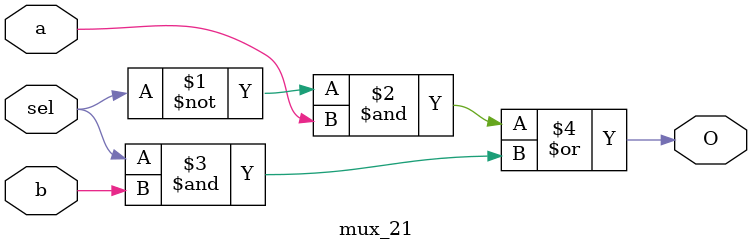
<source format=sv>
`timescale 1ns / 1ps


module mux_21(
    input logic a,
    input logic b,
    input logic sel,
    output logic O
    );
   assign O = ((~sel)&a)|(sel&b);
endmodule

</source>
